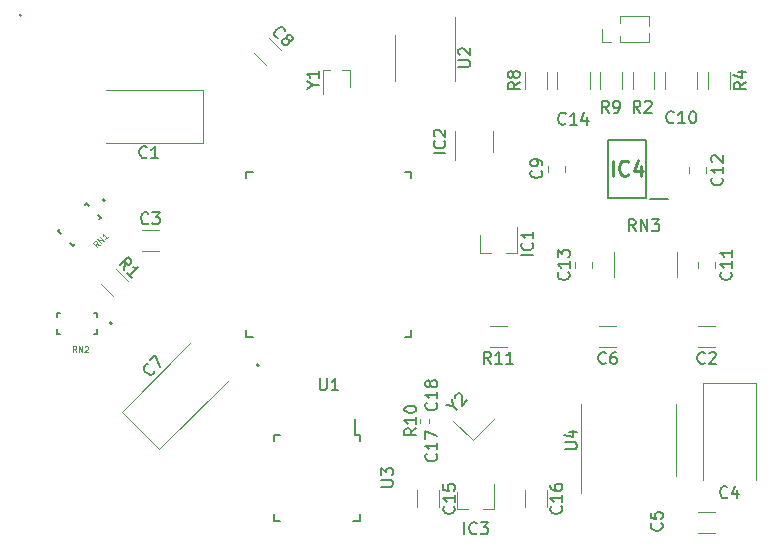
<source format=gbr>
%TF.GenerationSoftware,KiCad,Pcbnew,(5.1.10)-1*%
%TF.CreationDate,2021-11-28T20:39:18+00:00*%
%TF.ProjectId,pc_card_sound_barker,70635f63-6172-4645-9f73-6f756e645f62,rev?*%
%TF.SameCoordinates,Original*%
%TF.FileFunction,Legend,Top*%
%TF.FilePolarity,Positive*%
%FSLAX46Y46*%
G04 Gerber Fmt 4.6, Leading zero omitted, Abs format (unit mm)*
G04 Created by KiCad (PCBNEW (5.1.10)-1) date 2021-11-28 20:39:18*
%MOMM*%
%LPD*%
G01*
G04 APERTURE LIST*
%ADD10C,0.200000*%
%ADD11C,0.127000*%
%ADD12C,0.120000*%
%ADD13C,0.150000*%
%ADD14C,0.254000*%
G04 APERTURE END LIST*
D10*
%TO.C,U1*%
X124910000Y-88135000D02*
G75*
G03*
X124910000Y-88135000I-100000J0D01*
G01*
D11*
X137810000Y-71740000D02*
X137810000Y-72285000D01*
X123810000Y-71740000D02*
X123810000Y-72285000D01*
X137810000Y-85740000D02*
X137810000Y-85195000D01*
X123810000Y-85740000D02*
X123810000Y-85195000D01*
X137810000Y-71740000D02*
X137265000Y-71740000D01*
X123810000Y-71740000D02*
X124355000Y-71740000D01*
X137810000Y-85740000D02*
X137265000Y-85740000D01*
X123810000Y-85740000D02*
X124355000Y-85740000D01*
%TO.C,RN2*%
X111154000Y-85462000D02*
X110921000Y-85462000D01*
X111154000Y-85462000D02*
X111154000Y-85112000D01*
X111154000Y-84052000D02*
X111154000Y-83702000D01*
X111154000Y-83702000D02*
X110921000Y-83702000D01*
X108027000Y-85462000D02*
X107794000Y-85462000D01*
X107794000Y-85462000D02*
X107794000Y-85112000D01*
X107794000Y-84052000D02*
X107794000Y-83702000D01*
X107794000Y-83702000D02*
X108027000Y-83702000D01*
D10*
X112444000Y-84582000D02*
G75*
G03*
X112444000Y-84582000I-100000J0D01*
G01*
D11*
%TO.C,RN1*%
X111538193Y-75634315D02*
X111373437Y-75799070D01*
X111538193Y-75634315D02*
X111290706Y-75386827D01*
X110541173Y-74637294D02*
X110293685Y-74389807D01*
X110293685Y-74389807D02*
X110128930Y-74554563D01*
X109327070Y-77845437D02*
X109162315Y-78010193D01*
X109162315Y-78010193D02*
X108914827Y-77762706D01*
X108165294Y-77013173D02*
X107917807Y-76765685D01*
X107917807Y-76765685D02*
X108082563Y-76600930D01*
D10*
X111857395Y-74170604D02*
G75*
G03*
X111857395Y-74170604I-99999J0D01*
G01*
%TO.C,IC4*%
X159558000Y-74106000D02*
X158033000Y-74106000D01*
X157683000Y-69051000D02*
X157683000Y-73951000D01*
X154483000Y-69051000D02*
X157683000Y-69051000D01*
X154483000Y-73951000D02*
X154483000Y-69051000D01*
X157683000Y-73951000D02*
X154483000Y-73951000D01*
D12*
%TO.C,C5*%
X162102748Y-100563000D02*
X163525252Y-100563000D01*
X162102748Y-102383000D02*
X163525252Y-102383000D01*
%TO.C,RN3*%
X160277000Y-78579000D02*
X160277000Y-80679000D01*
X154937000Y-78579000D02*
X154937000Y-80679000D01*
%TO.C,IC2*%
X144739000Y-70115000D02*
X144739000Y-68315000D01*
X141519000Y-68315000D02*
X141519000Y-70765000D01*
%TO.C,R11*%
X145888064Y-86635000D02*
X144433936Y-86635000D01*
X145888064Y-84815000D02*
X144433936Y-84815000D01*
%TO.C,IC3*%
X141676000Y-100328000D02*
X141676000Y-98868000D01*
X144836000Y-100328000D02*
X144836000Y-98168000D01*
X144836000Y-100328000D02*
X143906000Y-100328000D01*
X141676000Y-100328000D02*
X142606000Y-100328000D01*
%TO.C,Y1*%
X132605000Y-64561000D02*
X132605000Y-63151000D01*
X130285000Y-63151000D02*
X130285000Y-65181000D01*
X130285000Y-63151000D02*
X130945000Y-63151000D01*
X131945000Y-63151000D02*
X132605000Y-63151000D01*
%TO.C,C8*%
X124456602Y-61735536D02*
X125462464Y-62741398D01*
X125743536Y-60448602D02*
X126749398Y-61454464D01*
%TO.C,R10*%
X138558000Y-93004621D02*
X138558000Y-92669379D01*
X139318000Y-93004621D02*
X139318000Y-92669379D01*
%TO.C,Y2*%
X141361233Y-92851421D02*
X142987579Y-94477767D01*
X142987579Y-94477767D02*
X144896767Y-92568579D01*
%TO.C,IC1*%
X143581000Y-78611000D02*
X144511000Y-78611000D01*
X146741000Y-78611000D02*
X145811000Y-78611000D01*
X146741000Y-78611000D02*
X146741000Y-76451000D01*
X143581000Y-78611000D02*
X143581000Y-77151000D01*
%TO.C,R2*%
X158350400Y-63280936D02*
X158350400Y-64735064D01*
X156530400Y-63280936D02*
X156530400Y-64735064D01*
%TO.C,C10*%
X161995200Y-63296748D02*
X161995200Y-64719252D01*
X159275200Y-63296748D02*
X159275200Y-64719252D01*
%TO.C,R9*%
X155635600Y-63280936D02*
X155635600Y-64735064D01*
X153815600Y-63280936D02*
X153815600Y-64735064D01*
%TO.C,J2*%
X157921000Y-60800000D02*
X157921000Y-59997530D01*
X157921000Y-59382470D02*
X157921000Y-58580000D01*
X155446000Y-60800000D02*
X157921000Y-60800000D01*
X155446000Y-58580000D02*
X157921000Y-58580000D01*
X155446000Y-60800000D02*
X155446000Y-60253471D01*
X155446000Y-59126529D02*
X155446000Y-58580000D01*
X154686000Y-60800000D02*
X153926000Y-60800000D01*
X153926000Y-60800000D02*
X153926000Y-59690000D01*
%TO.C,C14*%
X152890800Y-63296748D02*
X152890800Y-64719252D01*
X150170800Y-63296748D02*
X150170800Y-64719252D01*
%TO.C,R8*%
X149246000Y-64735064D02*
X149246000Y-63280936D01*
X147426000Y-64735064D02*
X147426000Y-63280936D01*
%TO.C,R4*%
X164740000Y-63280936D02*
X164740000Y-64735064D01*
X162920000Y-63280936D02*
X162920000Y-64735064D01*
%TO.C,C16*%
X147426000Y-100152252D02*
X147426000Y-98729748D01*
X149246000Y-100152252D02*
X149246000Y-98729748D01*
%TO.C,C15*%
X140102000Y-98729748D02*
X140102000Y-100152252D01*
X138282000Y-98729748D02*
X138282000Y-100152252D01*
%TO.C,C13*%
X153135000Y-79372748D02*
X153135000Y-79895252D01*
X151665000Y-79372748D02*
X151665000Y-79895252D01*
%TO.C,C12*%
X162787000Y-71366748D02*
X162787000Y-71889252D01*
X161317000Y-71366748D02*
X161317000Y-71889252D01*
%TO.C,C11*%
X163549000Y-79372748D02*
X163549000Y-79895252D01*
X162079000Y-79372748D02*
X162079000Y-79895252D01*
%TO.C,C9*%
X149379000Y-71762252D02*
X149379000Y-71239748D01*
X150849000Y-71762252D02*
X150849000Y-71239748D01*
%TO.C,C6*%
X155143252Y-86635000D02*
X153720748Y-86635000D01*
X155143252Y-84815000D02*
X153720748Y-84815000D01*
%TO.C,C3*%
X114985748Y-76687000D02*
X116408252Y-76687000D01*
X114985748Y-78507000D02*
X116408252Y-78507000D01*
%TO.C,C2*%
X163525252Y-86635000D02*
X162102748Y-86635000D01*
X163525252Y-84815000D02*
X162102748Y-84815000D01*
%TO.C,C4*%
X162459000Y-89649000D02*
X162459000Y-97884000D01*
X166979000Y-89649000D02*
X162459000Y-89649000D01*
X166979000Y-97884000D02*
X166979000Y-89649000D01*
%TO.C,R1*%
X112778355Y-79995421D02*
X113806579Y-81023645D01*
X111491421Y-81282355D02*
X112519645Y-82310579D01*
%TO.C,C7*%
X119092878Y-86244999D02*
X113269854Y-92068023D01*
X113269854Y-92068023D02*
X116465977Y-95264146D01*
X116465977Y-95264146D02*
X122289001Y-89441122D01*
%TO.C,C1*%
X111920000Y-69316000D02*
X120155000Y-69316000D01*
X120155000Y-69316000D02*
X120155000Y-64796000D01*
X120155000Y-64796000D02*
X111920000Y-64796000D01*
%TO.C,U4*%
X160245000Y-94488000D02*
X160245000Y-91438000D01*
X160245000Y-94488000D02*
X160245000Y-97538000D01*
X152175000Y-94488000D02*
X152175000Y-91438000D01*
X152175000Y-94488000D02*
X152175000Y-98938000D01*
%TO.C,U2*%
X136378000Y-62103000D02*
X136378000Y-64053000D01*
X136378000Y-62103000D02*
X136378000Y-60153000D01*
X141498000Y-62103000D02*
X141498000Y-64053000D01*
X141498000Y-62103000D02*
X141498000Y-58653000D01*
D13*
%TO.C,U3*%
X133419000Y-94038000D02*
X132994000Y-94038000D01*
X133419000Y-101288000D02*
X132894000Y-101288000D01*
X126169000Y-101288000D02*
X126694000Y-101288000D01*
X126169000Y-94038000D02*
X126694000Y-94038000D01*
X133419000Y-94038000D02*
X133419000Y-94563000D01*
X126169000Y-94038000D02*
X126169000Y-94563000D01*
X126169000Y-101288000D02*
X126169000Y-100763000D01*
X133419000Y-101288000D02*
X133419000Y-100763000D01*
X132994000Y-94038000D02*
X132994000Y-92663000D01*
D12*
%TO.C,J1*%
X104797001Y-58496201D02*
G75*
G03*
X104797001Y-58496201I-100000J0D01*
G01*
%TO.C,U1*%
D13*
X130048095Y-89241380D02*
X130048095Y-90050904D01*
X130095714Y-90146142D01*
X130143333Y-90193761D01*
X130238571Y-90241380D01*
X130429047Y-90241380D01*
X130524285Y-90193761D01*
X130571904Y-90146142D01*
X130619523Y-90050904D01*
X130619523Y-89241380D01*
X131619523Y-90241380D02*
X131048095Y-90241380D01*
X131333809Y-90241380D02*
X131333809Y-89241380D01*
X131238571Y-89384238D01*
X131143333Y-89479476D01*
X131048095Y-89527095D01*
%TO.C,RN2*%
D12*
X109446801Y-86997922D02*
X109286801Y-86769351D01*
X109172515Y-86997922D02*
X109172515Y-86517922D01*
X109355372Y-86517922D01*
X109401087Y-86540780D01*
X109423944Y-86563637D01*
X109446801Y-86609351D01*
X109446801Y-86677922D01*
X109423944Y-86723637D01*
X109401087Y-86746494D01*
X109355372Y-86769351D01*
X109172515Y-86769351D01*
X109652515Y-86997922D02*
X109652515Y-86517922D01*
X109926801Y-86997922D01*
X109926801Y-86517922D01*
X110132515Y-86563637D02*
X110155372Y-86540780D01*
X110201087Y-86517922D01*
X110315372Y-86517922D01*
X110361087Y-86540780D01*
X110383944Y-86563637D01*
X110406801Y-86609351D01*
X110406801Y-86655065D01*
X110383944Y-86723637D01*
X110109658Y-86997922D01*
X110406801Y-86997922D01*
D13*
%TO.C,RN1*%
D12*
X111417082Y-77927547D02*
X111142321Y-77879060D01*
X111223133Y-78121496D02*
X110883722Y-77782085D01*
X111013021Y-77652786D01*
X111061509Y-77636623D01*
X111093833Y-77636623D01*
X111142321Y-77652786D01*
X111190808Y-77701273D01*
X111206971Y-77749760D01*
X111206971Y-77782085D01*
X111190808Y-77830572D01*
X111061509Y-77959872D01*
X111562544Y-77782085D02*
X111223133Y-77442674D01*
X111756494Y-77588136D01*
X111417082Y-77248725D01*
X112095905Y-77248725D02*
X111901956Y-77442674D01*
X111998930Y-77345699D02*
X111659519Y-77006288D01*
X111675681Y-77087100D01*
X111675681Y-77151750D01*
X111659519Y-77200237D01*
D13*
%TO.C,IC4*%
D14*
X154843238Y-72075523D02*
X154843238Y-70805523D01*
X156173714Y-71954571D02*
X156113238Y-72015047D01*
X155931809Y-72075523D01*
X155810857Y-72075523D01*
X155629428Y-72015047D01*
X155508476Y-71894095D01*
X155448000Y-71773142D01*
X155387523Y-71531238D01*
X155387523Y-71349809D01*
X155448000Y-71107904D01*
X155508476Y-70986952D01*
X155629428Y-70866000D01*
X155810857Y-70805523D01*
X155931809Y-70805523D01*
X156113238Y-70866000D01*
X156173714Y-70926476D01*
X157262285Y-71228857D02*
X157262285Y-72075523D01*
X156959904Y-70745047D02*
X156657523Y-71652190D01*
X157443714Y-71652190D01*
%TO.C,C5*%
D13*
X158980142Y-101512666D02*
X159027761Y-101560285D01*
X159075380Y-101703142D01*
X159075380Y-101798380D01*
X159027761Y-101941238D01*
X158932523Y-102036476D01*
X158837285Y-102084095D01*
X158646809Y-102131714D01*
X158503952Y-102131714D01*
X158313476Y-102084095D01*
X158218238Y-102036476D01*
X158123000Y-101941238D01*
X158075380Y-101798380D01*
X158075380Y-101703142D01*
X158123000Y-101560285D01*
X158170619Y-101512666D01*
X158075380Y-100607904D02*
X158075380Y-101084095D01*
X158551571Y-101131714D01*
X158503952Y-101084095D01*
X158456333Y-100988857D01*
X158456333Y-100750761D01*
X158503952Y-100655523D01*
X158551571Y-100607904D01*
X158646809Y-100560285D01*
X158884904Y-100560285D01*
X158980142Y-100607904D01*
X159027761Y-100655523D01*
X159075380Y-100750761D01*
X159075380Y-100988857D01*
X159027761Y-101084095D01*
X158980142Y-101131714D01*
%TO.C,RN3*%
X156789523Y-76779380D02*
X156456190Y-76303190D01*
X156218095Y-76779380D02*
X156218095Y-75779380D01*
X156599047Y-75779380D01*
X156694285Y-75827000D01*
X156741904Y-75874619D01*
X156789523Y-75969857D01*
X156789523Y-76112714D01*
X156741904Y-76207952D01*
X156694285Y-76255571D01*
X156599047Y-76303190D01*
X156218095Y-76303190D01*
X157218095Y-76779380D02*
X157218095Y-75779380D01*
X157789523Y-76779380D01*
X157789523Y-75779380D01*
X158170476Y-75779380D02*
X158789523Y-75779380D01*
X158456190Y-76160333D01*
X158599047Y-76160333D01*
X158694285Y-76207952D01*
X158741904Y-76255571D01*
X158789523Y-76350809D01*
X158789523Y-76588904D01*
X158741904Y-76684142D01*
X158694285Y-76731761D01*
X158599047Y-76779380D01*
X158313333Y-76779380D01*
X158218095Y-76731761D01*
X158170476Y-76684142D01*
%TO.C,IC2*%
X140681380Y-70191190D02*
X139681380Y-70191190D01*
X140586142Y-69143571D02*
X140633761Y-69191190D01*
X140681380Y-69334047D01*
X140681380Y-69429285D01*
X140633761Y-69572142D01*
X140538523Y-69667380D01*
X140443285Y-69715000D01*
X140252809Y-69762619D01*
X140109952Y-69762619D01*
X139919476Y-69715000D01*
X139824238Y-69667380D01*
X139729000Y-69572142D01*
X139681380Y-69429285D01*
X139681380Y-69334047D01*
X139729000Y-69191190D01*
X139776619Y-69143571D01*
X139776619Y-68762619D02*
X139729000Y-68715000D01*
X139681380Y-68619761D01*
X139681380Y-68381666D01*
X139729000Y-68286428D01*
X139776619Y-68238809D01*
X139871857Y-68191190D01*
X139967095Y-68191190D01*
X140109952Y-68238809D01*
X140681380Y-68810238D01*
X140681380Y-68191190D01*
%TO.C,R11*%
X144518142Y-87997380D02*
X144184809Y-87521190D01*
X143946714Y-87997380D02*
X143946714Y-86997380D01*
X144327666Y-86997380D01*
X144422904Y-87045000D01*
X144470523Y-87092619D01*
X144518142Y-87187857D01*
X144518142Y-87330714D01*
X144470523Y-87425952D01*
X144422904Y-87473571D01*
X144327666Y-87521190D01*
X143946714Y-87521190D01*
X145470523Y-87997380D02*
X144899095Y-87997380D01*
X145184809Y-87997380D02*
X145184809Y-86997380D01*
X145089571Y-87140238D01*
X144994333Y-87235476D01*
X144899095Y-87283095D01*
X146422904Y-87997380D02*
X145851476Y-87997380D01*
X146137190Y-87997380D02*
X146137190Y-86997380D01*
X146041952Y-87140238D01*
X145946714Y-87235476D01*
X145851476Y-87283095D01*
%TO.C,IC3*%
X142279809Y-102433380D02*
X142279809Y-101433380D01*
X143327428Y-102338142D02*
X143279809Y-102385761D01*
X143136952Y-102433380D01*
X143041714Y-102433380D01*
X142898857Y-102385761D01*
X142803619Y-102290523D01*
X142756000Y-102195285D01*
X142708380Y-102004809D01*
X142708380Y-101861952D01*
X142756000Y-101671476D01*
X142803619Y-101576238D01*
X142898857Y-101481000D01*
X143041714Y-101433380D01*
X143136952Y-101433380D01*
X143279809Y-101481000D01*
X143327428Y-101528619D01*
X143660761Y-101433380D02*
X144279809Y-101433380D01*
X143946476Y-101814333D01*
X144089333Y-101814333D01*
X144184571Y-101861952D01*
X144232190Y-101909571D01*
X144279809Y-102004809D01*
X144279809Y-102242904D01*
X144232190Y-102338142D01*
X144184571Y-102385761D01*
X144089333Y-102433380D01*
X143803619Y-102433380D01*
X143708380Y-102385761D01*
X143660761Y-102338142D01*
%TO.C,Y1*%
X129471190Y-64407190D02*
X129947380Y-64407190D01*
X128947380Y-64740523D02*
X129471190Y-64407190D01*
X128947380Y-64073857D01*
X129947380Y-63216714D02*
X129947380Y-63788142D01*
X129947380Y-63502428D02*
X128947380Y-63502428D01*
X129090238Y-63597666D01*
X129185476Y-63692904D01*
X129233095Y-63788142D01*
%TO.C,C8*%
X126540758Y-60421539D02*
X126473415Y-60421539D01*
X126338728Y-60354195D01*
X126271384Y-60286852D01*
X126204041Y-60152164D01*
X126204041Y-60017477D01*
X126237712Y-59916462D01*
X126338728Y-59748103D01*
X126439743Y-59647088D01*
X126608102Y-59546073D01*
X126709117Y-59512401D01*
X126843804Y-59512401D01*
X126978491Y-59579745D01*
X127045835Y-59647088D01*
X127113178Y-59781775D01*
X127113178Y-59849119D01*
X127281537Y-60488882D02*
X127247865Y-60387867D01*
X127247865Y-60320523D01*
X127281537Y-60219508D01*
X127315209Y-60185836D01*
X127416224Y-60152164D01*
X127483567Y-60152164D01*
X127584583Y-60185836D01*
X127719270Y-60320523D01*
X127752941Y-60421539D01*
X127752941Y-60488882D01*
X127719270Y-60589897D01*
X127685598Y-60623569D01*
X127584583Y-60657241D01*
X127517239Y-60657241D01*
X127416224Y-60623569D01*
X127281537Y-60488882D01*
X127180522Y-60455210D01*
X127113178Y-60455210D01*
X127012163Y-60488882D01*
X126877476Y-60623569D01*
X126843804Y-60724584D01*
X126843804Y-60791928D01*
X126877476Y-60892943D01*
X127012163Y-61027630D01*
X127113178Y-61061302D01*
X127180522Y-61061302D01*
X127281537Y-61027630D01*
X127416224Y-60892943D01*
X127449896Y-60791928D01*
X127449896Y-60724584D01*
X127416224Y-60623569D01*
%TO.C,R10*%
X138220380Y-93479857D02*
X137744190Y-93813190D01*
X138220380Y-94051285D02*
X137220380Y-94051285D01*
X137220380Y-93670333D01*
X137268000Y-93575095D01*
X137315619Y-93527476D01*
X137410857Y-93479857D01*
X137553714Y-93479857D01*
X137648952Y-93527476D01*
X137696571Y-93575095D01*
X137744190Y-93670333D01*
X137744190Y-94051285D01*
X138220380Y-92527476D02*
X138220380Y-93098904D01*
X138220380Y-92813190D02*
X137220380Y-92813190D01*
X137363238Y-92908428D01*
X137458476Y-93003666D01*
X137506095Y-93098904D01*
X137220380Y-91908428D02*
X137220380Y-91813190D01*
X137268000Y-91717952D01*
X137315619Y-91670333D01*
X137410857Y-91622714D01*
X137601333Y-91575095D01*
X137839428Y-91575095D01*
X138029904Y-91622714D01*
X138125142Y-91670333D01*
X138172761Y-91717952D01*
X138220380Y-91813190D01*
X138220380Y-91908428D01*
X138172761Y-92003666D01*
X138125142Y-92051285D01*
X138029904Y-92098904D01*
X137839428Y-92146523D01*
X137601333Y-92146523D01*
X137410857Y-92098904D01*
X137315619Y-92051285D01*
X137268000Y-92003666D01*
X137220380Y-91908428D01*
%TO.C,C18*%
X139896142Y-91320857D02*
X139943761Y-91368476D01*
X139991380Y-91511333D01*
X139991380Y-91606571D01*
X139943761Y-91749428D01*
X139848523Y-91844666D01*
X139753285Y-91892285D01*
X139562809Y-91939904D01*
X139419952Y-91939904D01*
X139229476Y-91892285D01*
X139134238Y-91844666D01*
X139039000Y-91749428D01*
X138991380Y-91606571D01*
X138991380Y-91511333D01*
X139039000Y-91368476D01*
X139086619Y-91320857D01*
X139991380Y-90368476D02*
X139991380Y-90939904D01*
X139991380Y-90654190D02*
X138991380Y-90654190D01*
X139134238Y-90749428D01*
X139229476Y-90844666D01*
X139277095Y-90939904D01*
X139419952Y-89797047D02*
X139372333Y-89892285D01*
X139324714Y-89939904D01*
X139229476Y-89987523D01*
X139181857Y-89987523D01*
X139086619Y-89939904D01*
X139039000Y-89892285D01*
X138991380Y-89797047D01*
X138991380Y-89606571D01*
X139039000Y-89511333D01*
X139086619Y-89463714D01*
X139181857Y-89416095D01*
X139229476Y-89416095D01*
X139324714Y-89463714D01*
X139372333Y-89511333D01*
X139419952Y-89606571D01*
X139419952Y-89797047D01*
X139467571Y-89892285D01*
X139515190Y-89939904D01*
X139610428Y-89987523D01*
X139800904Y-89987523D01*
X139896142Y-89939904D01*
X139943761Y-89892285D01*
X139991380Y-89797047D01*
X139991380Y-89606571D01*
X139943761Y-89511333D01*
X139896142Y-89463714D01*
X139800904Y-89416095D01*
X139610428Y-89416095D01*
X139515190Y-89463714D01*
X139467571Y-89511333D01*
X139419952Y-89606571D01*
%TO.C,C17*%
X139896142Y-95638857D02*
X139943761Y-95686476D01*
X139991380Y-95829333D01*
X139991380Y-95924571D01*
X139943761Y-96067428D01*
X139848523Y-96162666D01*
X139753285Y-96210285D01*
X139562809Y-96257904D01*
X139419952Y-96257904D01*
X139229476Y-96210285D01*
X139134238Y-96162666D01*
X139039000Y-96067428D01*
X138991380Y-95924571D01*
X138991380Y-95829333D01*
X139039000Y-95686476D01*
X139086619Y-95638857D01*
X139991380Y-94686476D02*
X139991380Y-95257904D01*
X139991380Y-94972190D02*
X138991380Y-94972190D01*
X139134238Y-95067428D01*
X139229476Y-95162666D01*
X139277095Y-95257904D01*
X138991380Y-94353142D02*
X138991380Y-93686476D01*
X139991380Y-94115047D01*
%TO.C,Y2*%
X141361232Y-91615667D02*
X141697950Y-91952385D01*
X140755141Y-91480980D02*
X141361232Y-91615667D01*
X141226545Y-91009576D01*
X141495919Y-90874889D02*
X141495919Y-90807545D01*
X141529591Y-90706530D01*
X141697950Y-90538171D01*
X141798965Y-90504499D01*
X141866308Y-90504499D01*
X141967324Y-90538171D01*
X142034667Y-90605515D01*
X142102011Y-90740202D01*
X142102011Y-91548324D01*
X142539743Y-91110591D01*
%TO.C,IC1*%
X148113380Y-78827190D02*
X147113380Y-78827190D01*
X148018142Y-77779571D02*
X148065761Y-77827190D01*
X148113380Y-77970047D01*
X148113380Y-78065285D01*
X148065761Y-78208142D01*
X147970523Y-78303380D01*
X147875285Y-78351000D01*
X147684809Y-78398619D01*
X147541952Y-78398619D01*
X147351476Y-78351000D01*
X147256238Y-78303380D01*
X147161000Y-78208142D01*
X147113380Y-78065285D01*
X147113380Y-77970047D01*
X147161000Y-77827190D01*
X147208619Y-77779571D01*
X148113380Y-76827190D02*
X148113380Y-77398619D01*
X148113380Y-77112904D02*
X147113380Y-77112904D01*
X147256238Y-77208142D01*
X147351476Y-77303380D01*
X147399095Y-77398619D01*
%TO.C,R2*%
X157186333Y-66746380D02*
X156853000Y-66270190D01*
X156614904Y-66746380D02*
X156614904Y-65746380D01*
X156995857Y-65746380D01*
X157091095Y-65794000D01*
X157138714Y-65841619D01*
X157186333Y-65936857D01*
X157186333Y-66079714D01*
X157138714Y-66174952D01*
X157091095Y-66222571D01*
X156995857Y-66270190D01*
X156614904Y-66270190D01*
X157567285Y-65841619D02*
X157614904Y-65794000D01*
X157710142Y-65746380D01*
X157948238Y-65746380D01*
X158043476Y-65794000D01*
X158091095Y-65841619D01*
X158138714Y-65936857D01*
X158138714Y-66032095D01*
X158091095Y-66174952D01*
X157519666Y-66746380D01*
X158138714Y-66746380D01*
%TO.C,C10*%
X160012142Y-67540142D02*
X159964523Y-67587761D01*
X159821666Y-67635380D01*
X159726428Y-67635380D01*
X159583571Y-67587761D01*
X159488333Y-67492523D01*
X159440714Y-67397285D01*
X159393095Y-67206809D01*
X159393095Y-67063952D01*
X159440714Y-66873476D01*
X159488333Y-66778238D01*
X159583571Y-66683000D01*
X159726428Y-66635380D01*
X159821666Y-66635380D01*
X159964523Y-66683000D01*
X160012142Y-66730619D01*
X160964523Y-67635380D02*
X160393095Y-67635380D01*
X160678809Y-67635380D02*
X160678809Y-66635380D01*
X160583571Y-66778238D01*
X160488333Y-66873476D01*
X160393095Y-66921095D01*
X161583571Y-66635380D02*
X161678809Y-66635380D01*
X161774047Y-66683000D01*
X161821666Y-66730619D01*
X161869285Y-66825857D01*
X161916904Y-67016333D01*
X161916904Y-67254428D01*
X161869285Y-67444904D01*
X161821666Y-67540142D01*
X161774047Y-67587761D01*
X161678809Y-67635380D01*
X161583571Y-67635380D01*
X161488333Y-67587761D01*
X161440714Y-67540142D01*
X161393095Y-67444904D01*
X161345476Y-67254428D01*
X161345476Y-67016333D01*
X161393095Y-66825857D01*
X161440714Y-66730619D01*
X161488333Y-66683000D01*
X161583571Y-66635380D01*
%TO.C,R9*%
X154519333Y-66746380D02*
X154186000Y-66270190D01*
X153947904Y-66746380D02*
X153947904Y-65746380D01*
X154328857Y-65746380D01*
X154424095Y-65794000D01*
X154471714Y-65841619D01*
X154519333Y-65936857D01*
X154519333Y-66079714D01*
X154471714Y-66174952D01*
X154424095Y-66222571D01*
X154328857Y-66270190D01*
X153947904Y-66270190D01*
X154995523Y-66746380D02*
X155186000Y-66746380D01*
X155281238Y-66698761D01*
X155328857Y-66651142D01*
X155424095Y-66508285D01*
X155471714Y-66317809D01*
X155471714Y-65936857D01*
X155424095Y-65841619D01*
X155376476Y-65794000D01*
X155281238Y-65746380D01*
X155090761Y-65746380D01*
X154995523Y-65794000D01*
X154947904Y-65841619D01*
X154900285Y-65936857D01*
X154900285Y-66174952D01*
X154947904Y-66270190D01*
X154995523Y-66317809D01*
X155090761Y-66365428D01*
X155281238Y-66365428D01*
X155376476Y-66317809D01*
X155424095Y-66270190D01*
X155471714Y-66174952D01*
%TO.C,C14*%
X150868142Y-67667142D02*
X150820523Y-67714761D01*
X150677666Y-67762380D01*
X150582428Y-67762380D01*
X150439571Y-67714761D01*
X150344333Y-67619523D01*
X150296714Y-67524285D01*
X150249095Y-67333809D01*
X150249095Y-67190952D01*
X150296714Y-67000476D01*
X150344333Y-66905238D01*
X150439571Y-66810000D01*
X150582428Y-66762380D01*
X150677666Y-66762380D01*
X150820523Y-66810000D01*
X150868142Y-66857619D01*
X151820523Y-67762380D02*
X151249095Y-67762380D01*
X151534809Y-67762380D02*
X151534809Y-66762380D01*
X151439571Y-66905238D01*
X151344333Y-67000476D01*
X151249095Y-67048095D01*
X152677666Y-67095714D02*
X152677666Y-67762380D01*
X152439571Y-66714761D02*
X152201476Y-67429047D01*
X152820523Y-67429047D01*
%TO.C,R8*%
X146968380Y-64174666D02*
X146492190Y-64508000D01*
X146968380Y-64746095D02*
X145968380Y-64746095D01*
X145968380Y-64365142D01*
X146016000Y-64269904D01*
X146063619Y-64222285D01*
X146158857Y-64174666D01*
X146301714Y-64174666D01*
X146396952Y-64222285D01*
X146444571Y-64269904D01*
X146492190Y-64365142D01*
X146492190Y-64746095D01*
X146396952Y-63603238D02*
X146349333Y-63698476D01*
X146301714Y-63746095D01*
X146206476Y-63793714D01*
X146158857Y-63793714D01*
X146063619Y-63746095D01*
X146016000Y-63698476D01*
X145968380Y-63603238D01*
X145968380Y-63412761D01*
X146016000Y-63317523D01*
X146063619Y-63269904D01*
X146158857Y-63222285D01*
X146206476Y-63222285D01*
X146301714Y-63269904D01*
X146349333Y-63317523D01*
X146396952Y-63412761D01*
X146396952Y-63603238D01*
X146444571Y-63698476D01*
X146492190Y-63746095D01*
X146587428Y-63793714D01*
X146777904Y-63793714D01*
X146873142Y-63746095D01*
X146920761Y-63698476D01*
X146968380Y-63603238D01*
X146968380Y-63412761D01*
X146920761Y-63317523D01*
X146873142Y-63269904D01*
X146777904Y-63222285D01*
X146587428Y-63222285D01*
X146492190Y-63269904D01*
X146444571Y-63317523D01*
X146396952Y-63412761D01*
%TO.C,R4*%
X166102380Y-64174666D02*
X165626190Y-64508000D01*
X166102380Y-64746095D02*
X165102380Y-64746095D01*
X165102380Y-64365142D01*
X165150000Y-64269904D01*
X165197619Y-64222285D01*
X165292857Y-64174666D01*
X165435714Y-64174666D01*
X165530952Y-64222285D01*
X165578571Y-64269904D01*
X165626190Y-64365142D01*
X165626190Y-64746095D01*
X165435714Y-63317523D02*
X166102380Y-63317523D01*
X165054761Y-63555619D02*
X165769047Y-63793714D01*
X165769047Y-63174666D01*
%TO.C,C16*%
X150471142Y-100083857D02*
X150518761Y-100131476D01*
X150566380Y-100274333D01*
X150566380Y-100369571D01*
X150518761Y-100512428D01*
X150423523Y-100607666D01*
X150328285Y-100655285D01*
X150137809Y-100702904D01*
X149994952Y-100702904D01*
X149804476Y-100655285D01*
X149709238Y-100607666D01*
X149614000Y-100512428D01*
X149566380Y-100369571D01*
X149566380Y-100274333D01*
X149614000Y-100131476D01*
X149661619Y-100083857D01*
X150566380Y-99131476D02*
X150566380Y-99702904D01*
X150566380Y-99417190D02*
X149566380Y-99417190D01*
X149709238Y-99512428D01*
X149804476Y-99607666D01*
X149852095Y-99702904D01*
X149566380Y-98274333D02*
X149566380Y-98464809D01*
X149614000Y-98560047D01*
X149661619Y-98607666D01*
X149804476Y-98702904D01*
X149994952Y-98750523D01*
X150375904Y-98750523D01*
X150471142Y-98702904D01*
X150518761Y-98655285D01*
X150566380Y-98560047D01*
X150566380Y-98369571D01*
X150518761Y-98274333D01*
X150471142Y-98226714D01*
X150375904Y-98179095D01*
X150137809Y-98179095D01*
X150042571Y-98226714D01*
X149994952Y-98274333D01*
X149947333Y-98369571D01*
X149947333Y-98560047D01*
X149994952Y-98655285D01*
X150042571Y-98702904D01*
X150137809Y-98750523D01*
%TO.C,C15*%
X141399142Y-100083857D02*
X141446761Y-100131476D01*
X141494380Y-100274333D01*
X141494380Y-100369571D01*
X141446761Y-100512428D01*
X141351523Y-100607666D01*
X141256285Y-100655285D01*
X141065809Y-100702904D01*
X140922952Y-100702904D01*
X140732476Y-100655285D01*
X140637238Y-100607666D01*
X140542000Y-100512428D01*
X140494380Y-100369571D01*
X140494380Y-100274333D01*
X140542000Y-100131476D01*
X140589619Y-100083857D01*
X141494380Y-99131476D02*
X141494380Y-99702904D01*
X141494380Y-99417190D02*
X140494380Y-99417190D01*
X140637238Y-99512428D01*
X140732476Y-99607666D01*
X140780095Y-99702904D01*
X140494380Y-98226714D02*
X140494380Y-98702904D01*
X140970571Y-98750523D01*
X140922952Y-98702904D01*
X140875333Y-98607666D01*
X140875333Y-98369571D01*
X140922952Y-98274333D01*
X140970571Y-98226714D01*
X141065809Y-98179095D01*
X141303904Y-98179095D01*
X141399142Y-98226714D01*
X141446761Y-98274333D01*
X141494380Y-98369571D01*
X141494380Y-98607666D01*
X141446761Y-98702904D01*
X141399142Y-98750523D01*
%TO.C,C13*%
X151106142Y-80271857D02*
X151153761Y-80319476D01*
X151201380Y-80462333D01*
X151201380Y-80557571D01*
X151153761Y-80700428D01*
X151058523Y-80795666D01*
X150963285Y-80843285D01*
X150772809Y-80890904D01*
X150629952Y-80890904D01*
X150439476Y-80843285D01*
X150344238Y-80795666D01*
X150249000Y-80700428D01*
X150201380Y-80557571D01*
X150201380Y-80462333D01*
X150249000Y-80319476D01*
X150296619Y-80271857D01*
X151201380Y-79319476D02*
X151201380Y-79890904D01*
X151201380Y-79605190D02*
X150201380Y-79605190D01*
X150344238Y-79700428D01*
X150439476Y-79795666D01*
X150487095Y-79890904D01*
X150201380Y-78986142D02*
X150201380Y-78367095D01*
X150582333Y-78700428D01*
X150582333Y-78557571D01*
X150629952Y-78462333D01*
X150677571Y-78414714D01*
X150772809Y-78367095D01*
X151010904Y-78367095D01*
X151106142Y-78414714D01*
X151153761Y-78462333D01*
X151201380Y-78557571D01*
X151201380Y-78843285D01*
X151153761Y-78938523D01*
X151106142Y-78986142D01*
%TO.C,C12*%
X164089142Y-72270857D02*
X164136761Y-72318476D01*
X164184380Y-72461333D01*
X164184380Y-72556571D01*
X164136761Y-72699428D01*
X164041523Y-72794666D01*
X163946285Y-72842285D01*
X163755809Y-72889904D01*
X163612952Y-72889904D01*
X163422476Y-72842285D01*
X163327238Y-72794666D01*
X163232000Y-72699428D01*
X163184380Y-72556571D01*
X163184380Y-72461333D01*
X163232000Y-72318476D01*
X163279619Y-72270857D01*
X164184380Y-71318476D02*
X164184380Y-71889904D01*
X164184380Y-71604190D02*
X163184380Y-71604190D01*
X163327238Y-71699428D01*
X163422476Y-71794666D01*
X163470095Y-71889904D01*
X163279619Y-70937523D02*
X163232000Y-70889904D01*
X163184380Y-70794666D01*
X163184380Y-70556571D01*
X163232000Y-70461333D01*
X163279619Y-70413714D01*
X163374857Y-70366095D01*
X163470095Y-70366095D01*
X163612952Y-70413714D01*
X164184380Y-70985142D01*
X164184380Y-70366095D01*
%TO.C,C11*%
X164851142Y-80276857D02*
X164898761Y-80324476D01*
X164946380Y-80467333D01*
X164946380Y-80562571D01*
X164898761Y-80705428D01*
X164803523Y-80800666D01*
X164708285Y-80848285D01*
X164517809Y-80895904D01*
X164374952Y-80895904D01*
X164184476Y-80848285D01*
X164089238Y-80800666D01*
X163994000Y-80705428D01*
X163946380Y-80562571D01*
X163946380Y-80467333D01*
X163994000Y-80324476D01*
X164041619Y-80276857D01*
X164946380Y-79324476D02*
X164946380Y-79895904D01*
X164946380Y-79610190D02*
X163946380Y-79610190D01*
X164089238Y-79705428D01*
X164184476Y-79800666D01*
X164232095Y-79895904D01*
X164946380Y-78372095D02*
X164946380Y-78943523D01*
X164946380Y-78657809D02*
X163946380Y-78657809D01*
X164089238Y-78753047D01*
X164184476Y-78848285D01*
X164232095Y-78943523D01*
%TO.C,C9*%
X148791142Y-71667666D02*
X148838761Y-71715285D01*
X148886380Y-71858142D01*
X148886380Y-71953380D01*
X148838761Y-72096238D01*
X148743523Y-72191476D01*
X148648285Y-72239095D01*
X148457809Y-72286714D01*
X148314952Y-72286714D01*
X148124476Y-72239095D01*
X148029238Y-72191476D01*
X147934000Y-72096238D01*
X147886380Y-71953380D01*
X147886380Y-71858142D01*
X147934000Y-71715285D01*
X147981619Y-71667666D01*
X148886380Y-71191476D02*
X148886380Y-71001000D01*
X148838761Y-70905761D01*
X148791142Y-70858142D01*
X148648285Y-70762904D01*
X148457809Y-70715285D01*
X148076857Y-70715285D01*
X147981619Y-70762904D01*
X147934000Y-70810523D01*
X147886380Y-70905761D01*
X147886380Y-71096238D01*
X147934000Y-71191476D01*
X147981619Y-71239095D01*
X148076857Y-71286714D01*
X148314952Y-71286714D01*
X148410190Y-71239095D01*
X148457809Y-71191476D01*
X148505428Y-71096238D01*
X148505428Y-70905761D01*
X148457809Y-70810523D01*
X148410190Y-70762904D01*
X148314952Y-70715285D01*
%TO.C,C6*%
X154265333Y-87932142D02*
X154217714Y-87979761D01*
X154074857Y-88027380D01*
X153979619Y-88027380D01*
X153836761Y-87979761D01*
X153741523Y-87884523D01*
X153693904Y-87789285D01*
X153646285Y-87598809D01*
X153646285Y-87455952D01*
X153693904Y-87265476D01*
X153741523Y-87170238D01*
X153836761Y-87075000D01*
X153979619Y-87027380D01*
X154074857Y-87027380D01*
X154217714Y-87075000D01*
X154265333Y-87122619D01*
X155122476Y-87027380D02*
X154932000Y-87027380D01*
X154836761Y-87075000D01*
X154789142Y-87122619D01*
X154693904Y-87265476D01*
X154646285Y-87455952D01*
X154646285Y-87836904D01*
X154693904Y-87932142D01*
X154741523Y-87979761D01*
X154836761Y-88027380D01*
X155027238Y-88027380D01*
X155122476Y-87979761D01*
X155170095Y-87932142D01*
X155217714Y-87836904D01*
X155217714Y-87598809D01*
X155170095Y-87503571D01*
X155122476Y-87455952D01*
X155027238Y-87408333D01*
X154836761Y-87408333D01*
X154741523Y-87455952D01*
X154693904Y-87503571D01*
X154646285Y-87598809D01*
%TO.C,C3*%
X115530333Y-76104142D02*
X115482714Y-76151761D01*
X115339857Y-76199380D01*
X115244619Y-76199380D01*
X115101761Y-76151761D01*
X115006523Y-76056523D01*
X114958904Y-75961285D01*
X114911285Y-75770809D01*
X114911285Y-75627952D01*
X114958904Y-75437476D01*
X115006523Y-75342238D01*
X115101761Y-75247000D01*
X115244619Y-75199380D01*
X115339857Y-75199380D01*
X115482714Y-75247000D01*
X115530333Y-75294619D01*
X115863666Y-75199380D02*
X116482714Y-75199380D01*
X116149380Y-75580333D01*
X116292238Y-75580333D01*
X116387476Y-75627952D01*
X116435095Y-75675571D01*
X116482714Y-75770809D01*
X116482714Y-76008904D01*
X116435095Y-76104142D01*
X116387476Y-76151761D01*
X116292238Y-76199380D01*
X116006523Y-76199380D01*
X115911285Y-76151761D01*
X115863666Y-76104142D01*
%TO.C,C2*%
X162647333Y-87932142D02*
X162599714Y-87979761D01*
X162456857Y-88027380D01*
X162361619Y-88027380D01*
X162218761Y-87979761D01*
X162123523Y-87884523D01*
X162075904Y-87789285D01*
X162028285Y-87598809D01*
X162028285Y-87455952D01*
X162075904Y-87265476D01*
X162123523Y-87170238D01*
X162218761Y-87075000D01*
X162361619Y-87027380D01*
X162456857Y-87027380D01*
X162599714Y-87075000D01*
X162647333Y-87122619D01*
X163028285Y-87122619D02*
X163075904Y-87075000D01*
X163171142Y-87027380D01*
X163409238Y-87027380D01*
X163504476Y-87075000D01*
X163552095Y-87122619D01*
X163599714Y-87217857D01*
X163599714Y-87313095D01*
X163552095Y-87455952D01*
X162980666Y-88027380D01*
X163599714Y-88027380D01*
%TO.C,C4*%
X164552333Y-99290142D02*
X164504714Y-99337761D01*
X164361857Y-99385380D01*
X164266619Y-99385380D01*
X164123761Y-99337761D01*
X164028523Y-99242523D01*
X163980904Y-99147285D01*
X163933285Y-98956809D01*
X163933285Y-98813952D01*
X163980904Y-98623476D01*
X164028523Y-98528238D01*
X164123761Y-98433000D01*
X164266619Y-98385380D01*
X164361857Y-98385380D01*
X164504714Y-98433000D01*
X164552333Y-98480619D01*
X165409476Y-98718714D02*
X165409476Y-99385380D01*
X165171380Y-98337761D02*
X164933285Y-99052047D01*
X165552333Y-99052047D01*
%TO.C,R1*%
X113498201Y-80068096D02*
X113599216Y-79495676D01*
X113094140Y-79664035D02*
X113801246Y-78956928D01*
X114070621Y-79226302D01*
X114104292Y-79327317D01*
X114104292Y-79394661D01*
X114070621Y-79495676D01*
X113969605Y-79596691D01*
X113868590Y-79630363D01*
X113801246Y-79630363D01*
X113700231Y-79596691D01*
X113430857Y-79327317D01*
X114171636Y-80741531D02*
X113767575Y-80337470D01*
X113969605Y-80539501D02*
X114676712Y-79832394D01*
X114508353Y-79866066D01*
X114373666Y-79866066D01*
X114272651Y-79832394D01*
%TO.C,C7*%
X116052656Y-88602358D02*
X116052656Y-88669701D01*
X115985312Y-88804388D01*
X115917969Y-88871732D01*
X115783281Y-88939075D01*
X115648594Y-88939075D01*
X115547579Y-88905404D01*
X115379220Y-88804388D01*
X115278205Y-88703373D01*
X115177190Y-88535014D01*
X115143518Y-88433999D01*
X115143518Y-88299312D01*
X115210862Y-88164625D01*
X115278205Y-88097281D01*
X115412892Y-88029938D01*
X115480236Y-88029938D01*
X115648594Y-87726892D02*
X116119999Y-87255488D01*
X116524060Y-88265640D01*
%TO.C,C1*%
X115403333Y-70513142D02*
X115355714Y-70560761D01*
X115212857Y-70608380D01*
X115117619Y-70608380D01*
X114974761Y-70560761D01*
X114879523Y-70465523D01*
X114831904Y-70370285D01*
X114784285Y-70179809D01*
X114784285Y-70036952D01*
X114831904Y-69846476D01*
X114879523Y-69751238D01*
X114974761Y-69656000D01*
X115117619Y-69608380D01*
X115212857Y-69608380D01*
X115355714Y-69656000D01*
X115403333Y-69703619D01*
X116355714Y-70608380D02*
X115784285Y-70608380D01*
X116070000Y-70608380D02*
X116070000Y-69608380D01*
X115974761Y-69751238D01*
X115879523Y-69846476D01*
X115784285Y-69894095D01*
%TO.C,U4*%
X150812380Y-95249904D02*
X151621904Y-95249904D01*
X151717142Y-95202285D01*
X151764761Y-95154666D01*
X151812380Y-95059428D01*
X151812380Y-94868952D01*
X151764761Y-94773714D01*
X151717142Y-94726095D01*
X151621904Y-94678476D01*
X150812380Y-94678476D01*
X151145714Y-93773714D02*
X151812380Y-93773714D01*
X150764761Y-94011809D02*
X151479047Y-94249904D01*
X151479047Y-93630857D01*
%TO.C,U2*%
X141790380Y-62864904D02*
X142599904Y-62864904D01*
X142695142Y-62817285D01*
X142742761Y-62769666D01*
X142790380Y-62674428D01*
X142790380Y-62483952D01*
X142742761Y-62388714D01*
X142695142Y-62341095D01*
X142599904Y-62293476D01*
X141790380Y-62293476D01*
X141885619Y-61864904D02*
X141838000Y-61817285D01*
X141790380Y-61722047D01*
X141790380Y-61483952D01*
X141838000Y-61388714D01*
X141885619Y-61341095D01*
X141980857Y-61293476D01*
X142076095Y-61293476D01*
X142218952Y-61341095D01*
X142790380Y-61912523D01*
X142790380Y-61293476D01*
%TO.C,U3*%
X135246380Y-98424904D02*
X136055904Y-98424904D01*
X136151142Y-98377285D01*
X136198761Y-98329666D01*
X136246380Y-98234428D01*
X136246380Y-98043952D01*
X136198761Y-97948714D01*
X136151142Y-97901095D01*
X136055904Y-97853476D01*
X135246380Y-97853476D01*
X135246380Y-97472523D02*
X135246380Y-96853476D01*
X135627333Y-97186809D01*
X135627333Y-97043952D01*
X135674952Y-96948714D01*
X135722571Y-96901095D01*
X135817809Y-96853476D01*
X136055904Y-96853476D01*
X136151142Y-96901095D01*
X136198761Y-96948714D01*
X136246380Y-97043952D01*
X136246380Y-97329666D01*
X136198761Y-97424904D01*
X136151142Y-97472523D01*
%TD*%
M02*

</source>
